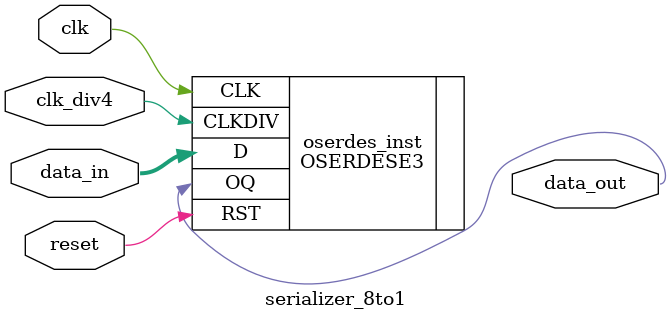
<source format=v>
`timescale 1ns / 1ps


module serializer_8to1(
    input [7:0] data_in,
    output data_out,
    input clk,
    input clk_div4,
    input reset
    );
    
        OSERDESE3  #(
      .DATA_WIDTH(8),
      .IS_CLKDIV_INVERTED(0),
      .IS_CLK_INVERTED(0),
      .IS_RST_INVERTED(1),
      .SIM_DEVICE("ULTRASCALE_PLUS")
      )
      oserdes_inst
    (
     .OQ(data_out),
     .CLK(clk),
     .CLKDIV(clk_div4),
     .D(data_in),
     .RST(reset)
     );
endmodule

</source>
